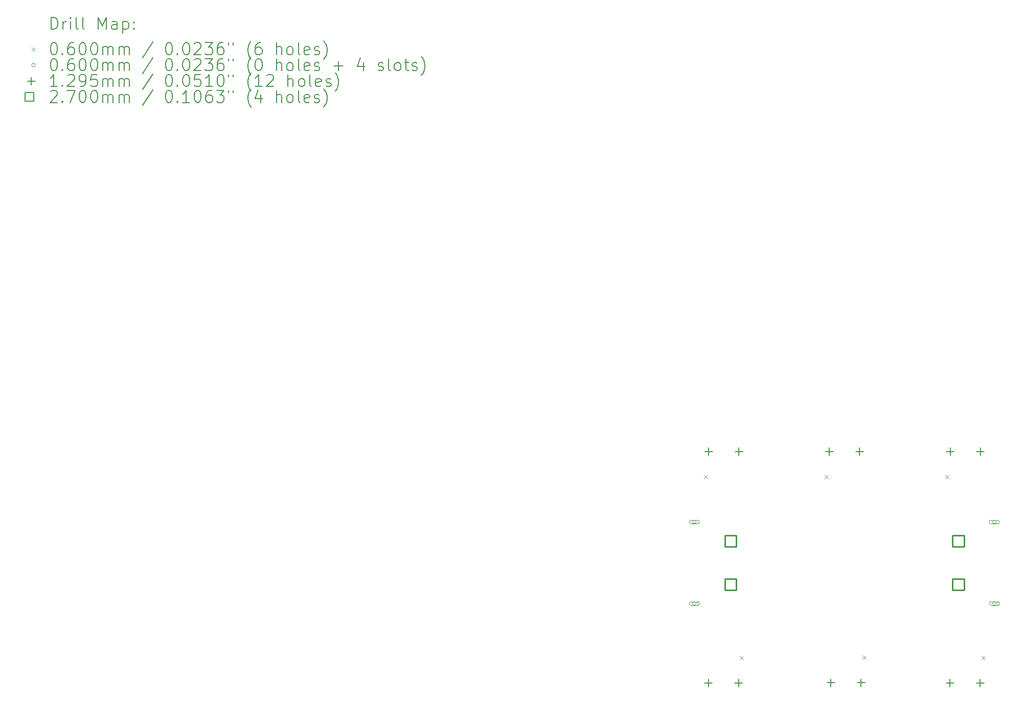
<source format=gbr>
%TF.GenerationSoftware,KiCad,Pcbnew,8.0.6*%
%TF.CreationDate,2025-05-08T15:44:04-04:00*%
%TF.ProjectId,5VConnectorBoard,3556436f-6e6e-4656-9374-6f72426f6172,rev?*%
%TF.SameCoordinates,Original*%
%TF.FileFunction,Drillmap*%
%TF.FilePolarity,Positive*%
%FSLAX45Y45*%
G04 Gerber Fmt 4.5, Leading zero omitted, Abs format (unit mm)*
G04 Created by KiCad (PCBNEW 8.0.6) date 2025-05-08 15:44:04*
%MOMM*%
%LPD*%
G01*
G04 APERTURE LIST*
%ADD10C,0.200000*%
%ADD11C,0.100000*%
%ADD12C,0.129540*%
%ADD13C,0.270000*%
G04 APERTURE END LIST*
D10*
D11*
X11071740Y-7697010D02*
X11131740Y-7757010D01*
X11131740Y-7697010D02*
X11071740Y-7757010D01*
X11668260Y-10692990D02*
X11728260Y-10752990D01*
X11728260Y-10692990D02*
X11668260Y-10752990D01*
X13071740Y-7697010D02*
X13131740Y-7757010D01*
X13131740Y-7697010D02*
X13071740Y-7757010D01*
X13695000Y-10688641D02*
X13755000Y-10748641D01*
X13755000Y-10688641D02*
X13695000Y-10748641D01*
X15071740Y-7697010D02*
X15131740Y-7757010D01*
X15131740Y-7697010D02*
X15071740Y-7757010D01*
X15668260Y-10692990D02*
X15728260Y-10752990D01*
X15728260Y-10692990D02*
X15668260Y-10752990D01*
X10945000Y-8475000D02*
G75*
G02*
X10885000Y-8475000I-30000J0D01*
G01*
X10885000Y-8475000D02*
G75*
G02*
X10945000Y-8475000I30000J0D01*
G01*
X10860000Y-8505000D02*
X10970000Y-8505000D01*
X10970000Y-8445000D02*
G75*
G02*
X10970000Y-8505000I0J-30000D01*
G01*
X10970000Y-8445000D02*
X10860000Y-8445000D01*
X10860000Y-8445000D02*
G75*
G03*
X10860000Y-8505000I0J-30000D01*
G01*
X10945000Y-9825000D02*
G75*
G02*
X10885000Y-9825000I-30000J0D01*
G01*
X10885000Y-9825000D02*
G75*
G02*
X10945000Y-9825000I30000J0D01*
G01*
X10860000Y-9855000D02*
X10970000Y-9855000D01*
X10970000Y-9795000D02*
G75*
G02*
X10970000Y-9855000I0J-30000D01*
G01*
X10970000Y-9795000D02*
X10860000Y-9795000D01*
X10860000Y-9795000D02*
G75*
G03*
X10860000Y-9855000I0J-30000D01*
G01*
X15915000Y-8475000D02*
G75*
G02*
X15855000Y-8475000I-30000J0D01*
G01*
X15855000Y-8475000D02*
G75*
G02*
X15915000Y-8475000I30000J0D01*
G01*
X15940000Y-8445000D02*
X15830000Y-8445000D01*
X15830000Y-8505000D02*
G75*
G02*
X15830000Y-8445000I0J30000D01*
G01*
X15830000Y-8505000D02*
X15940000Y-8505000D01*
X15940000Y-8505000D02*
G75*
G03*
X15940000Y-8445000I0J30000D01*
G01*
X15915000Y-9825000D02*
G75*
G02*
X15855000Y-9825000I-30000J0D01*
G01*
X15855000Y-9825000D02*
G75*
G02*
X15915000Y-9825000I30000J0D01*
G01*
X15940000Y-9795000D02*
X15830000Y-9795000D01*
X15830000Y-9855000D02*
G75*
G02*
X15830000Y-9795000I0J30000D01*
G01*
X15830000Y-9855000D02*
X15940000Y-9855000D01*
X15940000Y-9855000D02*
G75*
G03*
X15940000Y-9795000I0J30000D01*
G01*
D12*
X11148260Y-11078220D02*
X11148260Y-11207760D01*
X11083490Y-11142990D02*
X11213030Y-11142990D01*
X11151740Y-7242240D02*
X11151740Y-7371780D01*
X11086970Y-7307010D02*
X11216510Y-7307010D01*
X11648260Y-11078220D02*
X11648260Y-11207760D01*
X11583490Y-11142990D02*
X11713030Y-11142990D01*
X11651740Y-7242240D02*
X11651740Y-7371780D01*
X11586970Y-7307010D02*
X11716510Y-7307010D01*
X13151740Y-7242240D02*
X13151740Y-7371780D01*
X13086970Y-7307010D02*
X13216510Y-7307010D01*
X13175000Y-11073871D02*
X13175000Y-11203411D01*
X13110230Y-11138641D02*
X13239770Y-11138641D01*
X13651740Y-7242240D02*
X13651740Y-7371780D01*
X13586970Y-7307010D02*
X13716510Y-7307010D01*
X13675000Y-11073871D02*
X13675000Y-11203411D01*
X13610230Y-11138641D02*
X13739770Y-11138641D01*
X15148260Y-11078220D02*
X15148260Y-11207760D01*
X15083490Y-11142990D02*
X15213030Y-11142990D01*
X15151740Y-7242240D02*
X15151740Y-7371780D01*
X15086970Y-7307010D02*
X15216510Y-7307010D01*
X15648260Y-11078220D02*
X15648260Y-11207760D01*
X15583490Y-11142990D02*
X15713030Y-11142990D01*
X15651740Y-7242240D02*
X15651740Y-7371780D01*
X15586970Y-7307010D02*
X15716510Y-7307010D01*
D13*
X11610460Y-8885460D02*
X11610460Y-8694540D01*
X11419540Y-8694540D01*
X11419540Y-8885460D01*
X11610460Y-8885460D01*
X11610460Y-9605460D02*
X11610460Y-9414540D01*
X11419540Y-9414540D01*
X11419540Y-9605460D01*
X11610460Y-9605460D01*
X15380460Y-8885460D02*
X15380460Y-8694540D01*
X15189540Y-8694540D01*
X15189540Y-8885460D01*
X15380460Y-8885460D01*
X15380460Y-9605460D02*
X15380460Y-9414540D01*
X15189540Y-9414540D01*
X15189540Y-9605460D01*
X15380460Y-9605460D01*
D10*
X260777Y-311484D02*
X260777Y-111484D01*
X260777Y-111484D02*
X308396Y-111484D01*
X308396Y-111484D02*
X336967Y-121008D01*
X336967Y-121008D02*
X356015Y-140055D01*
X356015Y-140055D02*
X365539Y-159103D01*
X365539Y-159103D02*
X375062Y-197198D01*
X375062Y-197198D02*
X375062Y-225769D01*
X375062Y-225769D02*
X365539Y-263865D01*
X365539Y-263865D02*
X356015Y-282912D01*
X356015Y-282912D02*
X336967Y-301960D01*
X336967Y-301960D02*
X308396Y-311484D01*
X308396Y-311484D02*
X260777Y-311484D01*
X460777Y-311484D02*
X460777Y-178150D01*
X460777Y-216246D02*
X470301Y-197198D01*
X470301Y-197198D02*
X479824Y-187674D01*
X479824Y-187674D02*
X498872Y-178150D01*
X498872Y-178150D02*
X517920Y-178150D01*
X584586Y-311484D02*
X584586Y-178150D01*
X584586Y-111484D02*
X575063Y-121008D01*
X575063Y-121008D02*
X584586Y-130531D01*
X584586Y-130531D02*
X594110Y-121008D01*
X594110Y-121008D02*
X584586Y-111484D01*
X584586Y-111484D02*
X584586Y-130531D01*
X708396Y-311484D02*
X689348Y-301960D01*
X689348Y-301960D02*
X679824Y-282912D01*
X679824Y-282912D02*
X679824Y-111484D01*
X813158Y-311484D02*
X794110Y-301960D01*
X794110Y-301960D02*
X784586Y-282912D01*
X784586Y-282912D02*
X784586Y-111484D01*
X1041729Y-311484D02*
X1041729Y-111484D01*
X1041729Y-111484D02*
X1108396Y-254341D01*
X1108396Y-254341D02*
X1175063Y-111484D01*
X1175063Y-111484D02*
X1175063Y-311484D01*
X1356015Y-311484D02*
X1356015Y-206722D01*
X1356015Y-206722D02*
X1346491Y-187674D01*
X1346491Y-187674D02*
X1327444Y-178150D01*
X1327444Y-178150D02*
X1289348Y-178150D01*
X1289348Y-178150D02*
X1270301Y-187674D01*
X1356015Y-301960D02*
X1336967Y-311484D01*
X1336967Y-311484D02*
X1289348Y-311484D01*
X1289348Y-311484D02*
X1270301Y-301960D01*
X1270301Y-301960D02*
X1260777Y-282912D01*
X1260777Y-282912D02*
X1260777Y-263865D01*
X1260777Y-263865D02*
X1270301Y-244817D01*
X1270301Y-244817D02*
X1289348Y-235293D01*
X1289348Y-235293D02*
X1336967Y-235293D01*
X1336967Y-235293D02*
X1356015Y-225769D01*
X1451253Y-178150D02*
X1451253Y-378150D01*
X1451253Y-187674D02*
X1470301Y-178150D01*
X1470301Y-178150D02*
X1508396Y-178150D01*
X1508396Y-178150D02*
X1527443Y-187674D01*
X1527443Y-187674D02*
X1536967Y-197198D01*
X1536967Y-197198D02*
X1546491Y-216246D01*
X1546491Y-216246D02*
X1546491Y-273389D01*
X1546491Y-273389D02*
X1536967Y-292436D01*
X1536967Y-292436D02*
X1527443Y-301960D01*
X1527443Y-301960D02*
X1508396Y-311484D01*
X1508396Y-311484D02*
X1470301Y-311484D01*
X1470301Y-311484D02*
X1451253Y-301960D01*
X1632205Y-292436D02*
X1641729Y-301960D01*
X1641729Y-301960D02*
X1632205Y-311484D01*
X1632205Y-311484D02*
X1622682Y-301960D01*
X1622682Y-301960D02*
X1632205Y-292436D01*
X1632205Y-292436D02*
X1632205Y-311484D01*
X1632205Y-187674D02*
X1641729Y-197198D01*
X1641729Y-197198D02*
X1632205Y-206722D01*
X1632205Y-206722D02*
X1622682Y-197198D01*
X1622682Y-197198D02*
X1632205Y-187674D01*
X1632205Y-187674D02*
X1632205Y-206722D01*
D11*
X-60000Y-610000D02*
X0Y-670000D01*
X0Y-610000D02*
X-60000Y-670000D01*
D10*
X298872Y-531484D02*
X317920Y-531484D01*
X317920Y-531484D02*
X336967Y-541008D01*
X336967Y-541008D02*
X346491Y-550531D01*
X346491Y-550531D02*
X356015Y-569579D01*
X356015Y-569579D02*
X365539Y-607674D01*
X365539Y-607674D02*
X365539Y-655293D01*
X365539Y-655293D02*
X356015Y-693389D01*
X356015Y-693389D02*
X346491Y-712436D01*
X346491Y-712436D02*
X336967Y-721960D01*
X336967Y-721960D02*
X317920Y-731484D01*
X317920Y-731484D02*
X298872Y-731484D01*
X298872Y-731484D02*
X279824Y-721960D01*
X279824Y-721960D02*
X270301Y-712436D01*
X270301Y-712436D02*
X260777Y-693389D01*
X260777Y-693389D02*
X251253Y-655293D01*
X251253Y-655293D02*
X251253Y-607674D01*
X251253Y-607674D02*
X260777Y-569579D01*
X260777Y-569579D02*
X270301Y-550531D01*
X270301Y-550531D02*
X279824Y-541008D01*
X279824Y-541008D02*
X298872Y-531484D01*
X451253Y-712436D02*
X460777Y-721960D01*
X460777Y-721960D02*
X451253Y-731484D01*
X451253Y-731484D02*
X441729Y-721960D01*
X441729Y-721960D02*
X451253Y-712436D01*
X451253Y-712436D02*
X451253Y-731484D01*
X632205Y-531484D02*
X594110Y-531484D01*
X594110Y-531484D02*
X575063Y-541008D01*
X575063Y-541008D02*
X565539Y-550531D01*
X565539Y-550531D02*
X546491Y-579103D01*
X546491Y-579103D02*
X536967Y-617198D01*
X536967Y-617198D02*
X536967Y-693389D01*
X536967Y-693389D02*
X546491Y-712436D01*
X546491Y-712436D02*
X556015Y-721960D01*
X556015Y-721960D02*
X575063Y-731484D01*
X575063Y-731484D02*
X613158Y-731484D01*
X613158Y-731484D02*
X632205Y-721960D01*
X632205Y-721960D02*
X641729Y-712436D01*
X641729Y-712436D02*
X651253Y-693389D01*
X651253Y-693389D02*
X651253Y-645770D01*
X651253Y-645770D02*
X641729Y-626722D01*
X641729Y-626722D02*
X632205Y-617198D01*
X632205Y-617198D02*
X613158Y-607674D01*
X613158Y-607674D02*
X575063Y-607674D01*
X575063Y-607674D02*
X556015Y-617198D01*
X556015Y-617198D02*
X546491Y-626722D01*
X546491Y-626722D02*
X536967Y-645770D01*
X775062Y-531484D02*
X794110Y-531484D01*
X794110Y-531484D02*
X813158Y-541008D01*
X813158Y-541008D02*
X822682Y-550531D01*
X822682Y-550531D02*
X832205Y-569579D01*
X832205Y-569579D02*
X841729Y-607674D01*
X841729Y-607674D02*
X841729Y-655293D01*
X841729Y-655293D02*
X832205Y-693389D01*
X832205Y-693389D02*
X822682Y-712436D01*
X822682Y-712436D02*
X813158Y-721960D01*
X813158Y-721960D02*
X794110Y-731484D01*
X794110Y-731484D02*
X775062Y-731484D01*
X775062Y-731484D02*
X756015Y-721960D01*
X756015Y-721960D02*
X746491Y-712436D01*
X746491Y-712436D02*
X736967Y-693389D01*
X736967Y-693389D02*
X727443Y-655293D01*
X727443Y-655293D02*
X727443Y-607674D01*
X727443Y-607674D02*
X736967Y-569579D01*
X736967Y-569579D02*
X746491Y-550531D01*
X746491Y-550531D02*
X756015Y-541008D01*
X756015Y-541008D02*
X775062Y-531484D01*
X965539Y-531484D02*
X984586Y-531484D01*
X984586Y-531484D02*
X1003634Y-541008D01*
X1003634Y-541008D02*
X1013158Y-550531D01*
X1013158Y-550531D02*
X1022682Y-569579D01*
X1022682Y-569579D02*
X1032205Y-607674D01*
X1032205Y-607674D02*
X1032205Y-655293D01*
X1032205Y-655293D02*
X1022682Y-693389D01*
X1022682Y-693389D02*
X1013158Y-712436D01*
X1013158Y-712436D02*
X1003634Y-721960D01*
X1003634Y-721960D02*
X984586Y-731484D01*
X984586Y-731484D02*
X965539Y-731484D01*
X965539Y-731484D02*
X946491Y-721960D01*
X946491Y-721960D02*
X936967Y-712436D01*
X936967Y-712436D02*
X927443Y-693389D01*
X927443Y-693389D02*
X917920Y-655293D01*
X917920Y-655293D02*
X917920Y-607674D01*
X917920Y-607674D02*
X927443Y-569579D01*
X927443Y-569579D02*
X936967Y-550531D01*
X936967Y-550531D02*
X946491Y-541008D01*
X946491Y-541008D02*
X965539Y-531484D01*
X1117920Y-731484D02*
X1117920Y-598150D01*
X1117920Y-617198D02*
X1127444Y-607674D01*
X1127444Y-607674D02*
X1146491Y-598150D01*
X1146491Y-598150D02*
X1175063Y-598150D01*
X1175063Y-598150D02*
X1194110Y-607674D01*
X1194110Y-607674D02*
X1203634Y-626722D01*
X1203634Y-626722D02*
X1203634Y-731484D01*
X1203634Y-626722D02*
X1213158Y-607674D01*
X1213158Y-607674D02*
X1232205Y-598150D01*
X1232205Y-598150D02*
X1260777Y-598150D01*
X1260777Y-598150D02*
X1279825Y-607674D01*
X1279825Y-607674D02*
X1289348Y-626722D01*
X1289348Y-626722D02*
X1289348Y-731484D01*
X1384586Y-731484D02*
X1384586Y-598150D01*
X1384586Y-617198D02*
X1394110Y-607674D01*
X1394110Y-607674D02*
X1413158Y-598150D01*
X1413158Y-598150D02*
X1441729Y-598150D01*
X1441729Y-598150D02*
X1460777Y-607674D01*
X1460777Y-607674D02*
X1470301Y-626722D01*
X1470301Y-626722D02*
X1470301Y-731484D01*
X1470301Y-626722D02*
X1479824Y-607674D01*
X1479824Y-607674D02*
X1498872Y-598150D01*
X1498872Y-598150D02*
X1527443Y-598150D01*
X1527443Y-598150D02*
X1546491Y-607674D01*
X1546491Y-607674D02*
X1556015Y-626722D01*
X1556015Y-626722D02*
X1556015Y-731484D01*
X1946491Y-521960D02*
X1775063Y-779103D01*
X2203634Y-531484D02*
X2222682Y-531484D01*
X2222682Y-531484D02*
X2241729Y-541008D01*
X2241729Y-541008D02*
X2251253Y-550531D01*
X2251253Y-550531D02*
X2260777Y-569579D01*
X2260777Y-569579D02*
X2270301Y-607674D01*
X2270301Y-607674D02*
X2270301Y-655293D01*
X2270301Y-655293D02*
X2260777Y-693389D01*
X2260777Y-693389D02*
X2251253Y-712436D01*
X2251253Y-712436D02*
X2241729Y-721960D01*
X2241729Y-721960D02*
X2222682Y-731484D01*
X2222682Y-731484D02*
X2203634Y-731484D01*
X2203634Y-731484D02*
X2184587Y-721960D01*
X2184587Y-721960D02*
X2175063Y-712436D01*
X2175063Y-712436D02*
X2165539Y-693389D01*
X2165539Y-693389D02*
X2156015Y-655293D01*
X2156015Y-655293D02*
X2156015Y-607674D01*
X2156015Y-607674D02*
X2165539Y-569579D01*
X2165539Y-569579D02*
X2175063Y-550531D01*
X2175063Y-550531D02*
X2184587Y-541008D01*
X2184587Y-541008D02*
X2203634Y-531484D01*
X2356015Y-712436D02*
X2365539Y-721960D01*
X2365539Y-721960D02*
X2356015Y-731484D01*
X2356015Y-731484D02*
X2346491Y-721960D01*
X2346491Y-721960D02*
X2356015Y-712436D01*
X2356015Y-712436D02*
X2356015Y-731484D01*
X2489348Y-531484D02*
X2508396Y-531484D01*
X2508396Y-531484D02*
X2527444Y-541008D01*
X2527444Y-541008D02*
X2536968Y-550531D01*
X2536968Y-550531D02*
X2546491Y-569579D01*
X2546491Y-569579D02*
X2556015Y-607674D01*
X2556015Y-607674D02*
X2556015Y-655293D01*
X2556015Y-655293D02*
X2546491Y-693389D01*
X2546491Y-693389D02*
X2536968Y-712436D01*
X2536968Y-712436D02*
X2527444Y-721960D01*
X2527444Y-721960D02*
X2508396Y-731484D01*
X2508396Y-731484D02*
X2489348Y-731484D01*
X2489348Y-731484D02*
X2470301Y-721960D01*
X2470301Y-721960D02*
X2460777Y-712436D01*
X2460777Y-712436D02*
X2451253Y-693389D01*
X2451253Y-693389D02*
X2441729Y-655293D01*
X2441729Y-655293D02*
X2441729Y-607674D01*
X2441729Y-607674D02*
X2451253Y-569579D01*
X2451253Y-569579D02*
X2460777Y-550531D01*
X2460777Y-550531D02*
X2470301Y-541008D01*
X2470301Y-541008D02*
X2489348Y-531484D01*
X2632206Y-550531D02*
X2641729Y-541008D01*
X2641729Y-541008D02*
X2660777Y-531484D01*
X2660777Y-531484D02*
X2708396Y-531484D01*
X2708396Y-531484D02*
X2727444Y-541008D01*
X2727444Y-541008D02*
X2736968Y-550531D01*
X2736968Y-550531D02*
X2746491Y-569579D01*
X2746491Y-569579D02*
X2746491Y-588627D01*
X2746491Y-588627D02*
X2736968Y-617198D01*
X2736968Y-617198D02*
X2622682Y-731484D01*
X2622682Y-731484D02*
X2746491Y-731484D01*
X2813158Y-531484D02*
X2936967Y-531484D01*
X2936967Y-531484D02*
X2870301Y-607674D01*
X2870301Y-607674D02*
X2898872Y-607674D01*
X2898872Y-607674D02*
X2917920Y-617198D01*
X2917920Y-617198D02*
X2927444Y-626722D01*
X2927444Y-626722D02*
X2936967Y-645770D01*
X2936967Y-645770D02*
X2936967Y-693389D01*
X2936967Y-693389D02*
X2927444Y-712436D01*
X2927444Y-712436D02*
X2917920Y-721960D01*
X2917920Y-721960D02*
X2898872Y-731484D01*
X2898872Y-731484D02*
X2841729Y-731484D01*
X2841729Y-731484D02*
X2822682Y-721960D01*
X2822682Y-721960D02*
X2813158Y-712436D01*
X3108396Y-531484D02*
X3070301Y-531484D01*
X3070301Y-531484D02*
X3051253Y-541008D01*
X3051253Y-541008D02*
X3041729Y-550531D01*
X3041729Y-550531D02*
X3022682Y-579103D01*
X3022682Y-579103D02*
X3013158Y-617198D01*
X3013158Y-617198D02*
X3013158Y-693389D01*
X3013158Y-693389D02*
X3022682Y-712436D01*
X3022682Y-712436D02*
X3032206Y-721960D01*
X3032206Y-721960D02*
X3051253Y-731484D01*
X3051253Y-731484D02*
X3089348Y-731484D01*
X3089348Y-731484D02*
X3108396Y-721960D01*
X3108396Y-721960D02*
X3117920Y-712436D01*
X3117920Y-712436D02*
X3127444Y-693389D01*
X3127444Y-693389D02*
X3127444Y-645770D01*
X3127444Y-645770D02*
X3117920Y-626722D01*
X3117920Y-626722D02*
X3108396Y-617198D01*
X3108396Y-617198D02*
X3089348Y-607674D01*
X3089348Y-607674D02*
X3051253Y-607674D01*
X3051253Y-607674D02*
X3032206Y-617198D01*
X3032206Y-617198D02*
X3022682Y-626722D01*
X3022682Y-626722D02*
X3013158Y-645770D01*
X3203634Y-531484D02*
X3203634Y-569579D01*
X3279825Y-531484D02*
X3279825Y-569579D01*
X3575063Y-807674D02*
X3565539Y-798150D01*
X3565539Y-798150D02*
X3546491Y-769579D01*
X3546491Y-769579D02*
X3536968Y-750531D01*
X3536968Y-750531D02*
X3527444Y-721960D01*
X3527444Y-721960D02*
X3517920Y-674341D01*
X3517920Y-674341D02*
X3517920Y-636246D01*
X3517920Y-636246D02*
X3527444Y-588627D01*
X3527444Y-588627D02*
X3536968Y-560055D01*
X3536968Y-560055D02*
X3546491Y-541008D01*
X3546491Y-541008D02*
X3565539Y-512436D01*
X3565539Y-512436D02*
X3575063Y-502912D01*
X3736968Y-531484D02*
X3698872Y-531484D01*
X3698872Y-531484D02*
X3679825Y-541008D01*
X3679825Y-541008D02*
X3670301Y-550531D01*
X3670301Y-550531D02*
X3651253Y-579103D01*
X3651253Y-579103D02*
X3641729Y-617198D01*
X3641729Y-617198D02*
X3641729Y-693389D01*
X3641729Y-693389D02*
X3651253Y-712436D01*
X3651253Y-712436D02*
X3660777Y-721960D01*
X3660777Y-721960D02*
X3679825Y-731484D01*
X3679825Y-731484D02*
X3717920Y-731484D01*
X3717920Y-731484D02*
X3736968Y-721960D01*
X3736968Y-721960D02*
X3746491Y-712436D01*
X3746491Y-712436D02*
X3756015Y-693389D01*
X3756015Y-693389D02*
X3756015Y-645770D01*
X3756015Y-645770D02*
X3746491Y-626722D01*
X3746491Y-626722D02*
X3736968Y-617198D01*
X3736968Y-617198D02*
X3717920Y-607674D01*
X3717920Y-607674D02*
X3679825Y-607674D01*
X3679825Y-607674D02*
X3660777Y-617198D01*
X3660777Y-617198D02*
X3651253Y-626722D01*
X3651253Y-626722D02*
X3641729Y-645770D01*
X3994110Y-731484D02*
X3994110Y-531484D01*
X4079825Y-731484D02*
X4079825Y-626722D01*
X4079825Y-626722D02*
X4070301Y-607674D01*
X4070301Y-607674D02*
X4051253Y-598150D01*
X4051253Y-598150D02*
X4022682Y-598150D01*
X4022682Y-598150D02*
X4003634Y-607674D01*
X4003634Y-607674D02*
X3994110Y-617198D01*
X4203634Y-731484D02*
X4184587Y-721960D01*
X4184587Y-721960D02*
X4175063Y-712436D01*
X4175063Y-712436D02*
X4165539Y-693389D01*
X4165539Y-693389D02*
X4165539Y-636246D01*
X4165539Y-636246D02*
X4175063Y-617198D01*
X4175063Y-617198D02*
X4184587Y-607674D01*
X4184587Y-607674D02*
X4203634Y-598150D01*
X4203634Y-598150D02*
X4232206Y-598150D01*
X4232206Y-598150D02*
X4251253Y-607674D01*
X4251253Y-607674D02*
X4260777Y-617198D01*
X4260777Y-617198D02*
X4270301Y-636246D01*
X4270301Y-636246D02*
X4270301Y-693389D01*
X4270301Y-693389D02*
X4260777Y-712436D01*
X4260777Y-712436D02*
X4251253Y-721960D01*
X4251253Y-721960D02*
X4232206Y-731484D01*
X4232206Y-731484D02*
X4203634Y-731484D01*
X4384587Y-731484D02*
X4365539Y-721960D01*
X4365539Y-721960D02*
X4356015Y-702912D01*
X4356015Y-702912D02*
X4356015Y-531484D01*
X4536968Y-721960D02*
X4517920Y-731484D01*
X4517920Y-731484D02*
X4479825Y-731484D01*
X4479825Y-731484D02*
X4460777Y-721960D01*
X4460777Y-721960D02*
X4451253Y-702912D01*
X4451253Y-702912D02*
X4451253Y-626722D01*
X4451253Y-626722D02*
X4460777Y-607674D01*
X4460777Y-607674D02*
X4479825Y-598150D01*
X4479825Y-598150D02*
X4517920Y-598150D01*
X4517920Y-598150D02*
X4536968Y-607674D01*
X4536968Y-607674D02*
X4546492Y-626722D01*
X4546492Y-626722D02*
X4546492Y-645770D01*
X4546492Y-645770D02*
X4451253Y-664817D01*
X4622682Y-721960D02*
X4641730Y-731484D01*
X4641730Y-731484D02*
X4679825Y-731484D01*
X4679825Y-731484D02*
X4698873Y-721960D01*
X4698873Y-721960D02*
X4708396Y-702912D01*
X4708396Y-702912D02*
X4708396Y-693389D01*
X4708396Y-693389D02*
X4698873Y-674341D01*
X4698873Y-674341D02*
X4679825Y-664817D01*
X4679825Y-664817D02*
X4651253Y-664817D01*
X4651253Y-664817D02*
X4632206Y-655293D01*
X4632206Y-655293D02*
X4622682Y-636246D01*
X4622682Y-636246D02*
X4622682Y-626722D01*
X4622682Y-626722D02*
X4632206Y-607674D01*
X4632206Y-607674D02*
X4651253Y-598150D01*
X4651253Y-598150D02*
X4679825Y-598150D01*
X4679825Y-598150D02*
X4698873Y-607674D01*
X4775063Y-807674D02*
X4784587Y-798150D01*
X4784587Y-798150D02*
X4803634Y-769579D01*
X4803634Y-769579D02*
X4813158Y-750531D01*
X4813158Y-750531D02*
X4822682Y-721960D01*
X4822682Y-721960D02*
X4832206Y-674341D01*
X4832206Y-674341D02*
X4832206Y-636246D01*
X4832206Y-636246D02*
X4822682Y-588627D01*
X4822682Y-588627D02*
X4813158Y-560055D01*
X4813158Y-560055D02*
X4803634Y-541008D01*
X4803634Y-541008D02*
X4784587Y-512436D01*
X4784587Y-512436D02*
X4775063Y-502912D01*
D11*
X0Y-904000D02*
G75*
G02*
X-60000Y-904000I-30000J0D01*
G01*
X-60000Y-904000D02*
G75*
G02*
X0Y-904000I30000J0D01*
G01*
D10*
X298872Y-795484D02*
X317920Y-795484D01*
X317920Y-795484D02*
X336967Y-805008D01*
X336967Y-805008D02*
X346491Y-814531D01*
X346491Y-814531D02*
X356015Y-833579D01*
X356015Y-833579D02*
X365539Y-871674D01*
X365539Y-871674D02*
X365539Y-919293D01*
X365539Y-919293D02*
X356015Y-957388D01*
X356015Y-957388D02*
X346491Y-976436D01*
X346491Y-976436D02*
X336967Y-985960D01*
X336967Y-985960D02*
X317920Y-995484D01*
X317920Y-995484D02*
X298872Y-995484D01*
X298872Y-995484D02*
X279824Y-985960D01*
X279824Y-985960D02*
X270301Y-976436D01*
X270301Y-976436D02*
X260777Y-957388D01*
X260777Y-957388D02*
X251253Y-919293D01*
X251253Y-919293D02*
X251253Y-871674D01*
X251253Y-871674D02*
X260777Y-833579D01*
X260777Y-833579D02*
X270301Y-814531D01*
X270301Y-814531D02*
X279824Y-805008D01*
X279824Y-805008D02*
X298872Y-795484D01*
X451253Y-976436D02*
X460777Y-985960D01*
X460777Y-985960D02*
X451253Y-995484D01*
X451253Y-995484D02*
X441729Y-985960D01*
X441729Y-985960D02*
X451253Y-976436D01*
X451253Y-976436D02*
X451253Y-995484D01*
X632205Y-795484D02*
X594110Y-795484D01*
X594110Y-795484D02*
X575063Y-805008D01*
X575063Y-805008D02*
X565539Y-814531D01*
X565539Y-814531D02*
X546491Y-843103D01*
X546491Y-843103D02*
X536967Y-881198D01*
X536967Y-881198D02*
X536967Y-957388D01*
X536967Y-957388D02*
X546491Y-976436D01*
X546491Y-976436D02*
X556015Y-985960D01*
X556015Y-985960D02*
X575063Y-995484D01*
X575063Y-995484D02*
X613158Y-995484D01*
X613158Y-995484D02*
X632205Y-985960D01*
X632205Y-985960D02*
X641729Y-976436D01*
X641729Y-976436D02*
X651253Y-957388D01*
X651253Y-957388D02*
X651253Y-909769D01*
X651253Y-909769D02*
X641729Y-890722D01*
X641729Y-890722D02*
X632205Y-881198D01*
X632205Y-881198D02*
X613158Y-871674D01*
X613158Y-871674D02*
X575063Y-871674D01*
X575063Y-871674D02*
X556015Y-881198D01*
X556015Y-881198D02*
X546491Y-890722D01*
X546491Y-890722D02*
X536967Y-909769D01*
X775062Y-795484D02*
X794110Y-795484D01*
X794110Y-795484D02*
X813158Y-805008D01*
X813158Y-805008D02*
X822682Y-814531D01*
X822682Y-814531D02*
X832205Y-833579D01*
X832205Y-833579D02*
X841729Y-871674D01*
X841729Y-871674D02*
X841729Y-919293D01*
X841729Y-919293D02*
X832205Y-957388D01*
X832205Y-957388D02*
X822682Y-976436D01*
X822682Y-976436D02*
X813158Y-985960D01*
X813158Y-985960D02*
X794110Y-995484D01*
X794110Y-995484D02*
X775062Y-995484D01*
X775062Y-995484D02*
X756015Y-985960D01*
X756015Y-985960D02*
X746491Y-976436D01*
X746491Y-976436D02*
X736967Y-957388D01*
X736967Y-957388D02*
X727443Y-919293D01*
X727443Y-919293D02*
X727443Y-871674D01*
X727443Y-871674D02*
X736967Y-833579D01*
X736967Y-833579D02*
X746491Y-814531D01*
X746491Y-814531D02*
X756015Y-805008D01*
X756015Y-805008D02*
X775062Y-795484D01*
X965539Y-795484D02*
X984586Y-795484D01*
X984586Y-795484D02*
X1003634Y-805008D01*
X1003634Y-805008D02*
X1013158Y-814531D01*
X1013158Y-814531D02*
X1022682Y-833579D01*
X1022682Y-833579D02*
X1032205Y-871674D01*
X1032205Y-871674D02*
X1032205Y-919293D01*
X1032205Y-919293D02*
X1022682Y-957388D01*
X1022682Y-957388D02*
X1013158Y-976436D01*
X1013158Y-976436D02*
X1003634Y-985960D01*
X1003634Y-985960D02*
X984586Y-995484D01*
X984586Y-995484D02*
X965539Y-995484D01*
X965539Y-995484D02*
X946491Y-985960D01*
X946491Y-985960D02*
X936967Y-976436D01*
X936967Y-976436D02*
X927443Y-957388D01*
X927443Y-957388D02*
X917920Y-919293D01*
X917920Y-919293D02*
X917920Y-871674D01*
X917920Y-871674D02*
X927443Y-833579D01*
X927443Y-833579D02*
X936967Y-814531D01*
X936967Y-814531D02*
X946491Y-805008D01*
X946491Y-805008D02*
X965539Y-795484D01*
X1117920Y-995484D02*
X1117920Y-862150D01*
X1117920Y-881198D02*
X1127444Y-871674D01*
X1127444Y-871674D02*
X1146491Y-862150D01*
X1146491Y-862150D02*
X1175063Y-862150D01*
X1175063Y-862150D02*
X1194110Y-871674D01*
X1194110Y-871674D02*
X1203634Y-890722D01*
X1203634Y-890722D02*
X1203634Y-995484D01*
X1203634Y-890722D02*
X1213158Y-871674D01*
X1213158Y-871674D02*
X1232205Y-862150D01*
X1232205Y-862150D02*
X1260777Y-862150D01*
X1260777Y-862150D02*
X1279825Y-871674D01*
X1279825Y-871674D02*
X1289348Y-890722D01*
X1289348Y-890722D02*
X1289348Y-995484D01*
X1384586Y-995484D02*
X1384586Y-862150D01*
X1384586Y-881198D02*
X1394110Y-871674D01*
X1394110Y-871674D02*
X1413158Y-862150D01*
X1413158Y-862150D02*
X1441729Y-862150D01*
X1441729Y-862150D02*
X1460777Y-871674D01*
X1460777Y-871674D02*
X1470301Y-890722D01*
X1470301Y-890722D02*
X1470301Y-995484D01*
X1470301Y-890722D02*
X1479824Y-871674D01*
X1479824Y-871674D02*
X1498872Y-862150D01*
X1498872Y-862150D02*
X1527443Y-862150D01*
X1527443Y-862150D02*
X1546491Y-871674D01*
X1546491Y-871674D02*
X1556015Y-890722D01*
X1556015Y-890722D02*
X1556015Y-995484D01*
X1946491Y-785960D02*
X1775063Y-1043103D01*
X2203634Y-795484D02*
X2222682Y-795484D01*
X2222682Y-795484D02*
X2241729Y-805008D01*
X2241729Y-805008D02*
X2251253Y-814531D01*
X2251253Y-814531D02*
X2260777Y-833579D01*
X2260777Y-833579D02*
X2270301Y-871674D01*
X2270301Y-871674D02*
X2270301Y-919293D01*
X2270301Y-919293D02*
X2260777Y-957388D01*
X2260777Y-957388D02*
X2251253Y-976436D01*
X2251253Y-976436D02*
X2241729Y-985960D01*
X2241729Y-985960D02*
X2222682Y-995484D01*
X2222682Y-995484D02*
X2203634Y-995484D01*
X2203634Y-995484D02*
X2184587Y-985960D01*
X2184587Y-985960D02*
X2175063Y-976436D01*
X2175063Y-976436D02*
X2165539Y-957388D01*
X2165539Y-957388D02*
X2156015Y-919293D01*
X2156015Y-919293D02*
X2156015Y-871674D01*
X2156015Y-871674D02*
X2165539Y-833579D01*
X2165539Y-833579D02*
X2175063Y-814531D01*
X2175063Y-814531D02*
X2184587Y-805008D01*
X2184587Y-805008D02*
X2203634Y-795484D01*
X2356015Y-976436D02*
X2365539Y-985960D01*
X2365539Y-985960D02*
X2356015Y-995484D01*
X2356015Y-995484D02*
X2346491Y-985960D01*
X2346491Y-985960D02*
X2356015Y-976436D01*
X2356015Y-976436D02*
X2356015Y-995484D01*
X2489348Y-795484D02*
X2508396Y-795484D01*
X2508396Y-795484D02*
X2527444Y-805008D01*
X2527444Y-805008D02*
X2536968Y-814531D01*
X2536968Y-814531D02*
X2546491Y-833579D01*
X2546491Y-833579D02*
X2556015Y-871674D01*
X2556015Y-871674D02*
X2556015Y-919293D01*
X2556015Y-919293D02*
X2546491Y-957388D01*
X2546491Y-957388D02*
X2536968Y-976436D01*
X2536968Y-976436D02*
X2527444Y-985960D01*
X2527444Y-985960D02*
X2508396Y-995484D01*
X2508396Y-995484D02*
X2489348Y-995484D01*
X2489348Y-995484D02*
X2470301Y-985960D01*
X2470301Y-985960D02*
X2460777Y-976436D01*
X2460777Y-976436D02*
X2451253Y-957388D01*
X2451253Y-957388D02*
X2441729Y-919293D01*
X2441729Y-919293D02*
X2441729Y-871674D01*
X2441729Y-871674D02*
X2451253Y-833579D01*
X2451253Y-833579D02*
X2460777Y-814531D01*
X2460777Y-814531D02*
X2470301Y-805008D01*
X2470301Y-805008D02*
X2489348Y-795484D01*
X2632206Y-814531D02*
X2641729Y-805008D01*
X2641729Y-805008D02*
X2660777Y-795484D01*
X2660777Y-795484D02*
X2708396Y-795484D01*
X2708396Y-795484D02*
X2727444Y-805008D01*
X2727444Y-805008D02*
X2736968Y-814531D01*
X2736968Y-814531D02*
X2746491Y-833579D01*
X2746491Y-833579D02*
X2746491Y-852627D01*
X2746491Y-852627D02*
X2736968Y-881198D01*
X2736968Y-881198D02*
X2622682Y-995484D01*
X2622682Y-995484D02*
X2746491Y-995484D01*
X2813158Y-795484D02*
X2936967Y-795484D01*
X2936967Y-795484D02*
X2870301Y-871674D01*
X2870301Y-871674D02*
X2898872Y-871674D01*
X2898872Y-871674D02*
X2917920Y-881198D01*
X2917920Y-881198D02*
X2927444Y-890722D01*
X2927444Y-890722D02*
X2936967Y-909769D01*
X2936967Y-909769D02*
X2936967Y-957388D01*
X2936967Y-957388D02*
X2927444Y-976436D01*
X2927444Y-976436D02*
X2917920Y-985960D01*
X2917920Y-985960D02*
X2898872Y-995484D01*
X2898872Y-995484D02*
X2841729Y-995484D01*
X2841729Y-995484D02*
X2822682Y-985960D01*
X2822682Y-985960D02*
X2813158Y-976436D01*
X3108396Y-795484D02*
X3070301Y-795484D01*
X3070301Y-795484D02*
X3051253Y-805008D01*
X3051253Y-805008D02*
X3041729Y-814531D01*
X3041729Y-814531D02*
X3022682Y-843103D01*
X3022682Y-843103D02*
X3013158Y-881198D01*
X3013158Y-881198D02*
X3013158Y-957388D01*
X3013158Y-957388D02*
X3022682Y-976436D01*
X3022682Y-976436D02*
X3032206Y-985960D01*
X3032206Y-985960D02*
X3051253Y-995484D01*
X3051253Y-995484D02*
X3089348Y-995484D01*
X3089348Y-995484D02*
X3108396Y-985960D01*
X3108396Y-985960D02*
X3117920Y-976436D01*
X3117920Y-976436D02*
X3127444Y-957388D01*
X3127444Y-957388D02*
X3127444Y-909769D01*
X3127444Y-909769D02*
X3117920Y-890722D01*
X3117920Y-890722D02*
X3108396Y-881198D01*
X3108396Y-881198D02*
X3089348Y-871674D01*
X3089348Y-871674D02*
X3051253Y-871674D01*
X3051253Y-871674D02*
X3032206Y-881198D01*
X3032206Y-881198D02*
X3022682Y-890722D01*
X3022682Y-890722D02*
X3013158Y-909769D01*
X3203634Y-795484D02*
X3203634Y-833579D01*
X3279825Y-795484D02*
X3279825Y-833579D01*
X3575063Y-1071674D02*
X3565539Y-1062150D01*
X3565539Y-1062150D02*
X3546491Y-1033579D01*
X3546491Y-1033579D02*
X3536968Y-1014531D01*
X3536968Y-1014531D02*
X3527444Y-985960D01*
X3527444Y-985960D02*
X3517920Y-938341D01*
X3517920Y-938341D02*
X3517920Y-900246D01*
X3517920Y-900246D02*
X3527444Y-852627D01*
X3527444Y-852627D02*
X3536968Y-824055D01*
X3536968Y-824055D02*
X3546491Y-805008D01*
X3546491Y-805008D02*
X3565539Y-776436D01*
X3565539Y-776436D02*
X3575063Y-766912D01*
X3689348Y-795484D02*
X3708396Y-795484D01*
X3708396Y-795484D02*
X3727444Y-805008D01*
X3727444Y-805008D02*
X3736968Y-814531D01*
X3736968Y-814531D02*
X3746491Y-833579D01*
X3746491Y-833579D02*
X3756015Y-871674D01*
X3756015Y-871674D02*
X3756015Y-919293D01*
X3756015Y-919293D02*
X3746491Y-957388D01*
X3746491Y-957388D02*
X3736968Y-976436D01*
X3736968Y-976436D02*
X3727444Y-985960D01*
X3727444Y-985960D02*
X3708396Y-995484D01*
X3708396Y-995484D02*
X3689348Y-995484D01*
X3689348Y-995484D02*
X3670301Y-985960D01*
X3670301Y-985960D02*
X3660777Y-976436D01*
X3660777Y-976436D02*
X3651253Y-957388D01*
X3651253Y-957388D02*
X3641729Y-919293D01*
X3641729Y-919293D02*
X3641729Y-871674D01*
X3641729Y-871674D02*
X3651253Y-833579D01*
X3651253Y-833579D02*
X3660777Y-814531D01*
X3660777Y-814531D02*
X3670301Y-805008D01*
X3670301Y-805008D02*
X3689348Y-795484D01*
X3994110Y-995484D02*
X3994110Y-795484D01*
X4079825Y-995484D02*
X4079825Y-890722D01*
X4079825Y-890722D02*
X4070301Y-871674D01*
X4070301Y-871674D02*
X4051253Y-862150D01*
X4051253Y-862150D02*
X4022682Y-862150D01*
X4022682Y-862150D02*
X4003634Y-871674D01*
X4003634Y-871674D02*
X3994110Y-881198D01*
X4203634Y-995484D02*
X4184587Y-985960D01*
X4184587Y-985960D02*
X4175063Y-976436D01*
X4175063Y-976436D02*
X4165539Y-957388D01*
X4165539Y-957388D02*
X4165539Y-900246D01*
X4165539Y-900246D02*
X4175063Y-881198D01*
X4175063Y-881198D02*
X4184587Y-871674D01*
X4184587Y-871674D02*
X4203634Y-862150D01*
X4203634Y-862150D02*
X4232206Y-862150D01*
X4232206Y-862150D02*
X4251253Y-871674D01*
X4251253Y-871674D02*
X4260777Y-881198D01*
X4260777Y-881198D02*
X4270301Y-900246D01*
X4270301Y-900246D02*
X4270301Y-957388D01*
X4270301Y-957388D02*
X4260777Y-976436D01*
X4260777Y-976436D02*
X4251253Y-985960D01*
X4251253Y-985960D02*
X4232206Y-995484D01*
X4232206Y-995484D02*
X4203634Y-995484D01*
X4384587Y-995484D02*
X4365539Y-985960D01*
X4365539Y-985960D02*
X4356015Y-966912D01*
X4356015Y-966912D02*
X4356015Y-795484D01*
X4536968Y-985960D02*
X4517920Y-995484D01*
X4517920Y-995484D02*
X4479825Y-995484D01*
X4479825Y-995484D02*
X4460777Y-985960D01*
X4460777Y-985960D02*
X4451253Y-966912D01*
X4451253Y-966912D02*
X4451253Y-890722D01*
X4451253Y-890722D02*
X4460777Y-871674D01*
X4460777Y-871674D02*
X4479825Y-862150D01*
X4479825Y-862150D02*
X4517920Y-862150D01*
X4517920Y-862150D02*
X4536968Y-871674D01*
X4536968Y-871674D02*
X4546492Y-890722D01*
X4546492Y-890722D02*
X4546492Y-909769D01*
X4546492Y-909769D02*
X4451253Y-928817D01*
X4622682Y-985960D02*
X4641730Y-995484D01*
X4641730Y-995484D02*
X4679825Y-995484D01*
X4679825Y-995484D02*
X4698873Y-985960D01*
X4698873Y-985960D02*
X4708396Y-966912D01*
X4708396Y-966912D02*
X4708396Y-957388D01*
X4708396Y-957388D02*
X4698873Y-938341D01*
X4698873Y-938341D02*
X4679825Y-928817D01*
X4679825Y-928817D02*
X4651253Y-928817D01*
X4651253Y-928817D02*
X4632206Y-919293D01*
X4632206Y-919293D02*
X4622682Y-900246D01*
X4622682Y-900246D02*
X4622682Y-890722D01*
X4622682Y-890722D02*
X4632206Y-871674D01*
X4632206Y-871674D02*
X4651253Y-862150D01*
X4651253Y-862150D02*
X4679825Y-862150D01*
X4679825Y-862150D02*
X4698873Y-871674D01*
X4946492Y-919293D02*
X5098873Y-919293D01*
X5022682Y-995484D02*
X5022682Y-843103D01*
X5432206Y-862150D02*
X5432206Y-995484D01*
X5384587Y-785960D02*
X5336968Y-928817D01*
X5336968Y-928817D02*
X5460777Y-928817D01*
X5679825Y-985960D02*
X5698873Y-995484D01*
X5698873Y-995484D02*
X5736968Y-995484D01*
X5736968Y-995484D02*
X5756015Y-985960D01*
X5756015Y-985960D02*
X5765539Y-966912D01*
X5765539Y-966912D02*
X5765539Y-957388D01*
X5765539Y-957388D02*
X5756015Y-938341D01*
X5756015Y-938341D02*
X5736968Y-928817D01*
X5736968Y-928817D02*
X5708396Y-928817D01*
X5708396Y-928817D02*
X5689349Y-919293D01*
X5689349Y-919293D02*
X5679825Y-900246D01*
X5679825Y-900246D02*
X5679825Y-890722D01*
X5679825Y-890722D02*
X5689349Y-871674D01*
X5689349Y-871674D02*
X5708396Y-862150D01*
X5708396Y-862150D02*
X5736968Y-862150D01*
X5736968Y-862150D02*
X5756015Y-871674D01*
X5879825Y-995484D02*
X5860777Y-985960D01*
X5860777Y-985960D02*
X5851254Y-966912D01*
X5851254Y-966912D02*
X5851254Y-795484D01*
X5984587Y-995484D02*
X5965539Y-985960D01*
X5965539Y-985960D02*
X5956015Y-976436D01*
X5956015Y-976436D02*
X5946492Y-957388D01*
X5946492Y-957388D02*
X5946492Y-900246D01*
X5946492Y-900246D02*
X5956015Y-881198D01*
X5956015Y-881198D02*
X5965539Y-871674D01*
X5965539Y-871674D02*
X5984587Y-862150D01*
X5984587Y-862150D02*
X6013158Y-862150D01*
X6013158Y-862150D02*
X6032206Y-871674D01*
X6032206Y-871674D02*
X6041730Y-881198D01*
X6041730Y-881198D02*
X6051254Y-900246D01*
X6051254Y-900246D02*
X6051254Y-957388D01*
X6051254Y-957388D02*
X6041730Y-976436D01*
X6041730Y-976436D02*
X6032206Y-985960D01*
X6032206Y-985960D02*
X6013158Y-995484D01*
X6013158Y-995484D02*
X5984587Y-995484D01*
X6108396Y-862150D02*
X6184587Y-862150D01*
X6136968Y-795484D02*
X6136968Y-966912D01*
X6136968Y-966912D02*
X6146492Y-985960D01*
X6146492Y-985960D02*
X6165539Y-995484D01*
X6165539Y-995484D02*
X6184587Y-995484D01*
X6241730Y-985960D02*
X6260777Y-995484D01*
X6260777Y-995484D02*
X6298873Y-995484D01*
X6298873Y-995484D02*
X6317920Y-985960D01*
X6317920Y-985960D02*
X6327444Y-966912D01*
X6327444Y-966912D02*
X6327444Y-957388D01*
X6327444Y-957388D02*
X6317920Y-938341D01*
X6317920Y-938341D02*
X6298873Y-928817D01*
X6298873Y-928817D02*
X6270301Y-928817D01*
X6270301Y-928817D02*
X6251254Y-919293D01*
X6251254Y-919293D02*
X6241730Y-900246D01*
X6241730Y-900246D02*
X6241730Y-890722D01*
X6241730Y-890722D02*
X6251254Y-871674D01*
X6251254Y-871674D02*
X6270301Y-862150D01*
X6270301Y-862150D02*
X6298873Y-862150D01*
X6298873Y-862150D02*
X6317920Y-871674D01*
X6394111Y-1071674D02*
X6403635Y-1062150D01*
X6403635Y-1062150D02*
X6422682Y-1033579D01*
X6422682Y-1033579D02*
X6432206Y-1014531D01*
X6432206Y-1014531D02*
X6441730Y-985960D01*
X6441730Y-985960D02*
X6451254Y-938341D01*
X6451254Y-938341D02*
X6451254Y-900246D01*
X6451254Y-900246D02*
X6441730Y-852627D01*
X6441730Y-852627D02*
X6432206Y-824055D01*
X6432206Y-824055D02*
X6422682Y-805008D01*
X6422682Y-805008D02*
X6403635Y-776436D01*
X6403635Y-776436D02*
X6394111Y-766912D01*
D12*
X-64770Y-1103230D02*
X-64770Y-1232770D01*
X-129540Y-1168000D02*
X0Y-1168000D01*
D10*
X365539Y-1259484D02*
X251253Y-1259484D01*
X308396Y-1259484D02*
X308396Y-1059484D01*
X308396Y-1059484D02*
X289348Y-1088055D01*
X289348Y-1088055D02*
X270301Y-1107103D01*
X270301Y-1107103D02*
X251253Y-1116627D01*
X451253Y-1240436D02*
X460777Y-1249960D01*
X460777Y-1249960D02*
X451253Y-1259484D01*
X451253Y-1259484D02*
X441729Y-1249960D01*
X441729Y-1249960D02*
X451253Y-1240436D01*
X451253Y-1240436D02*
X451253Y-1259484D01*
X536967Y-1078531D02*
X546491Y-1069008D01*
X546491Y-1069008D02*
X565539Y-1059484D01*
X565539Y-1059484D02*
X613158Y-1059484D01*
X613158Y-1059484D02*
X632205Y-1069008D01*
X632205Y-1069008D02*
X641729Y-1078531D01*
X641729Y-1078531D02*
X651253Y-1097579D01*
X651253Y-1097579D02*
X651253Y-1116627D01*
X651253Y-1116627D02*
X641729Y-1145198D01*
X641729Y-1145198D02*
X527444Y-1259484D01*
X527444Y-1259484D02*
X651253Y-1259484D01*
X746491Y-1259484D02*
X784586Y-1259484D01*
X784586Y-1259484D02*
X803634Y-1249960D01*
X803634Y-1249960D02*
X813158Y-1240436D01*
X813158Y-1240436D02*
X832205Y-1211865D01*
X832205Y-1211865D02*
X841729Y-1173770D01*
X841729Y-1173770D02*
X841729Y-1097579D01*
X841729Y-1097579D02*
X832205Y-1078531D01*
X832205Y-1078531D02*
X822682Y-1069008D01*
X822682Y-1069008D02*
X803634Y-1059484D01*
X803634Y-1059484D02*
X765539Y-1059484D01*
X765539Y-1059484D02*
X746491Y-1069008D01*
X746491Y-1069008D02*
X736967Y-1078531D01*
X736967Y-1078531D02*
X727443Y-1097579D01*
X727443Y-1097579D02*
X727443Y-1145198D01*
X727443Y-1145198D02*
X736967Y-1164246D01*
X736967Y-1164246D02*
X746491Y-1173770D01*
X746491Y-1173770D02*
X765539Y-1183293D01*
X765539Y-1183293D02*
X803634Y-1183293D01*
X803634Y-1183293D02*
X822682Y-1173770D01*
X822682Y-1173770D02*
X832205Y-1164246D01*
X832205Y-1164246D02*
X841729Y-1145198D01*
X1022682Y-1059484D02*
X927443Y-1059484D01*
X927443Y-1059484D02*
X917920Y-1154722D01*
X917920Y-1154722D02*
X927443Y-1145198D01*
X927443Y-1145198D02*
X946491Y-1135674D01*
X946491Y-1135674D02*
X994110Y-1135674D01*
X994110Y-1135674D02*
X1013158Y-1145198D01*
X1013158Y-1145198D02*
X1022682Y-1154722D01*
X1022682Y-1154722D02*
X1032205Y-1173770D01*
X1032205Y-1173770D02*
X1032205Y-1221389D01*
X1032205Y-1221389D02*
X1022682Y-1240436D01*
X1022682Y-1240436D02*
X1013158Y-1249960D01*
X1013158Y-1249960D02*
X994110Y-1259484D01*
X994110Y-1259484D02*
X946491Y-1259484D01*
X946491Y-1259484D02*
X927443Y-1249960D01*
X927443Y-1249960D02*
X917920Y-1240436D01*
X1117920Y-1259484D02*
X1117920Y-1126150D01*
X1117920Y-1145198D02*
X1127444Y-1135674D01*
X1127444Y-1135674D02*
X1146491Y-1126150D01*
X1146491Y-1126150D02*
X1175063Y-1126150D01*
X1175063Y-1126150D02*
X1194110Y-1135674D01*
X1194110Y-1135674D02*
X1203634Y-1154722D01*
X1203634Y-1154722D02*
X1203634Y-1259484D01*
X1203634Y-1154722D02*
X1213158Y-1135674D01*
X1213158Y-1135674D02*
X1232205Y-1126150D01*
X1232205Y-1126150D02*
X1260777Y-1126150D01*
X1260777Y-1126150D02*
X1279825Y-1135674D01*
X1279825Y-1135674D02*
X1289348Y-1154722D01*
X1289348Y-1154722D02*
X1289348Y-1259484D01*
X1384586Y-1259484D02*
X1384586Y-1126150D01*
X1384586Y-1145198D02*
X1394110Y-1135674D01*
X1394110Y-1135674D02*
X1413158Y-1126150D01*
X1413158Y-1126150D02*
X1441729Y-1126150D01*
X1441729Y-1126150D02*
X1460777Y-1135674D01*
X1460777Y-1135674D02*
X1470301Y-1154722D01*
X1470301Y-1154722D02*
X1470301Y-1259484D01*
X1470301Y-1154722D02*
X1479824Y-1135674D01*
X1479824Y-1135674D02*
X1498872Y-1126150D01*
X1498872Y-1126150D02*
X1527443Y-1126150D01*
X1527443Y-1126150D02*
X1546491Y-1135674D01*
X1546491Y-1135674D02*
X1556015Y-1154722D01*
X1556015Y-1154722D02*
X1556015Y-1259484D01*
X1946491Y-1049960D02*
X1775063Y-1307103D01*
X2203634Y-1059484D02*
X2222682Y-1059484D01*
X2222682Y-1059484D02*
X2241729Y-1069008D01*
X2241729Y-1069008D02*
X2251253Y-1078531D01*
X2251253Y-1078531D02*
X2260777Y-1097579D01*
X2260777Y-1097579D02*
X2270301Y-1135674D01*
X2270301Y-1135674D02*
X2270301Y-1183293D01*
X2270301Y-1183293D02*
X2260777Y-1221389D01*
X2260777Y-1221389D02*
X2251253Y-1240436D01*
X2251253Y-1240436D02*
X2241729Y-1249960D01*
X2241729Y-1249960D02*
X2222682Y-1259484D01*
X2222682Y-1259484D02*
X2203634Y-1259484D01*
X2203634Y-1259484D02*
X2184587Y-1249960D01*
X2184587Y-1249960D02*
X2175063Y-1240436D01*
X2175063Y-1240436D02*
X2165539Y-1221389D01*
X2165539Y-1221389D02*
X2156015Y-1183293D01*
X2156015Y-1183293D02*
X2156015Y-1135674D01*
X2156015Y-1135674D02*
X2165539Y-1097579D01*
X2165539Y-1097579D02*
X2175063Y-1078531D01*
X2175063Y-1078531D02*
X2184587Y-1069008D01*
X2184587Y-1069008D02*
X2203634Y-1059484D01*
X2356015Y-1240436D02*
X2365539Y-1249960D01*
X2365539Y-1249960D02*
X2356015Y-1259484D01*
X2356015Y-1259484D02*
X2346491Y-1249960D01*
X2346491Y-1249960D02*
X2356015Y-1240436D01*
X2356015Y-1240436D02*
X2356015Y-1259484D01*
X2489348Y-1059484D02*
X2508396Y-1059484D01*
X2508396Y-1059484D02*
X2527444Y-1069008D01*
X2527444Y-1069008D02*
X2536968Y-1078531D01*
X2536968Y-1078531D02*
X2546491Y-1097579D01*
X2546491Y-1097579D02*
X2556015Y-1135674D01*
X2556015Y-1135674D02*
X2556015Y-1183293D01*
X2556015Y-1183293D02*
X2546491Y-1221389D01*
X2546491Y-1221389D02*
X2536968Y-1240436D01*
X2536968Y-1240436D02*
X2527444Y-1249960D01*
X2527444Y-1249960D02*
X2508396Y-1259484D01*
X2508396Y-1259484D02*
X2489348Y-1259484D01*
X2489348Y-1259484D02*
X2470301Y-1249960D01*
X2470301Y-1249960D02*
X2460777Y-1240436D01*
X2460777Y-1240436D02*
X2451253Y-1221389D01*
X2451253Y-1221389D02*
X2441729Y-1183293D01*
X2441729Y-1183293D02*
X2441729Y-1135674D01*
X2441729Y-1135674D02*
X2451253Y-1097579D01*
X2451253Y-1097579D02*
X2460777Y-1078531D01*
X2460777Y-1078531D02*
X2470301Y-1069008D01*
X2470301Y-1069008D02*
X2489348Y-1059484D01*
X2736968Y-1059484D02*
X2641729Y-1059484D01*
X2641729Y-1059484D02*
X2632206Y-1154722D01*
X2632206Y-1154722D02*
X2641729Y-1145198D01*
X2641729Y-1145198D02*
X2660777Y-1135674D01*
X2660777Y-1135674D02*
X2708396Y-1135674D01*
X2708396Y-1135674D02*
X2727444Y-1145198D01*
X2727444Y-1145198D02*
X2736968Y-1154722D01*
X2736968Y-1154722D02*
X2746491Y-1173770D01*
X2746491Y-1173770D02*
X2746491Y-1221389D01*
X2746491Y-1221389D02*
X2736968Y-1240436D01*
X2736968Y-1240436D02*
X2727444Y-1249960D01*
X2727444Y-1249960D02*
X2708396Y-1259484D01*
X2708396Y-1259484D02*
X2660777Y-1259484D01*
X2660777Y-1259484D02*
X2641729Y-1249960D01*
X2641729Y-1249960D02*
X2632206Y-1240436D01*
X2936967Y-1259484D02*
X2822682Y-1259484D01*
X2879825Y-1259484D02*
X2879825Y-1059484D01*
X2879825Y-1059484D02*
X2860777Y-1088055D01*
X2860777Y-1088055D02*
X2841729Y-1107103D01*
X2841729Y-1107103D02*
X2822682Y-1116627D01*
X3060777Y-1059484D02*
X3079825Y-1059484D01*
X3079825Y-1059484D02*
X3098872Y-1069008D01*
X3098872Y-1069008D02*
X3108396Y-1078531D01*
X3108396Y-1078531D02*
X3117920Y-1097579D01*
X3117920Y-1097579D02*
X3127444Y-1135674D01*
X3127444Y-1135674D02*
X3127444Y-1183293D01*
X3127444Y-1183293D02*
X3117920Y-1221389D01*
X3117920Y-1221389D02*
X3108396Y-1240436D01*
X3108396Y-1240436D02*
X3098872Y-1249960D01*
X3098872Y-1249960D02*
X3079825Y-1259484D01*
X3079825Y-1259484D02*
X3060777Y-1259484D01*
X3060777Y-1259484D02*
X3041729Y-1249960D01*
X3041729Y-1249960D02*
X3032206Y-1240436D01*
X3032206Y-1240436D02*
X3022682Y-1221389D01*
X3022682Y-1221389D02*
X3013158Y-1183293D01*
X3013158Y-1183293D02*
X3013158Y-1135674D01*
X3013158Y-1135674D02*
X3022682Y-1097579D01*
X3022682Y-1097579D02*
X3032206Y-1078531D01*
X3032206Y-1078531D02*
X3041729Y-1069008D01*
X3041729Y-1069008D02*
X3060777Y-1059484D01*
X3203634Y-1059484D02*
X3203634Y-1097579D01*
X3279825Y-1059484D02*
X3279825Y-1097579D01*
X3575063Y-1335674D02*
X3565539Y-1326150D01*
X3565539Y-1326150D02*
X3546491Y-1297579D01*
X3546491Y-1297579D02*
X3536968Y-1278531D01*
X3536968Y-1278531D02*
X3527444Y-1249960D01*
X3527444Y-1249960D02*
X3517920Y-1202341D01*
X3517920Y-1202341D02*
X3517920Y-1164246D01*
X3517920Y-1164246D02*
X3527444Y-1116627D01*
X3527444Y-1116627D02*
X3536968Y-1088055D01*
X3536968Y-1088055D02*
X3546491Y-1069008D01*
X3546491Y-1069008D02*
X3565539Y-1040436D01*
X3565539Y-1040436D02*
X3575063Y-1030912D01*
X3756015Y-1259484D02*
X3641729Y-1259484D01*
X3698872Y-1259484D02*
X3698872Y-1059484D01*
X3698872Y-1059484D02*
X3679825Y-1088055D01*
X3679825Y-1088055D02*
X3660777Y-1107103D01*
X3660777Y-1107103D02*
X3641729Y-1116627D01*
X3832206Y-1078531D02*
X3841729Y-1069008D01*
X3841729Y-1069008D02*
X3860777Y-1059484D01*
X3860777Y-1059484D02*
X3908396Y-1059484D01*
X3908396Y-1059484D02*
X3927444Y-1069008D01*
X3927444Y-1069008D02*
X3936968Y-1078531D01*
X3936968Y-1078531D02*
X3946491Y-1097579D01*
X3946491Y-1097579D02*
X3946491Y-1116627D01*
X3946491Y-1116627D02*
X3936968Y-1145198D01*
X3936968Y-1145198D02*
X3822682Y-1259484D01*
X3822682Y-1259484D02*
X3946491Y-1259484D01*
X4184587Y-1259484D02*
X4184587Y-1059484D01*
X4270301Y-1259484D02*
X4270301Y-1154722D01*
X4270301Y-1154722D02*
X4260777Y-1135674D01*
X4260777Y-1135674D02*
X4241730Y-1126150D01*
X4241730Y-1126150D02*
X4213158Y-1126150D01*
X4213158Y-1126150D02*
X4194110Y-1135674D01*
X4194110Y-1135674D02*
X4184587Y-1145198D01*
X4394111Y-1259484D02*
X4375063Y-1249960D01*
X4375063Y-1249960D02*
X4365539Y-1240436D01*
X4365539Y-1240436D02*
X4356015Y-1221389D01*
X4356015Y-1221389D02*
X4356015Y-1164246D01*
X4356015Y-1164246D02*
X4365539Y-1145198D01*
X4365539Y-1145198D02*
X4375063Y-1135674D01*
X4375063Y-1135674D02*
X4394111Y-1126150D01*
X4394111Y-1126150D02*
X4422682Y-1126150D01*
X4422682Y-1126150D02*
X4441730Y-1135674D01*
X4441730Y-1135674D02*
X4451253Y-1145198D01*
X4451253Y-1145198D02*
X4460777Y-1164246D01*
X4460777Y-1164246D02*
X4460777Y-1221389D01*
X4460777Y-1221389D02*
X4451253Y-1240436D01*
X4451253Y-1240436D02*
X4441730Y-1249960D01*
X4441730Y-1249960D02*
X4422682Y-1259484D01*
X4422682Y-1259484D02*
X4394111Y-1259484D01*
X4575063Y-1259484D02*
X4556015Y-1249960D01*
X4556015Y-1249960D02*
X4546492Y-1230912D01*
X4546492Y-1230912D02*
X4546492Y-1059484D01*
X4727444Y-1249960D02*
X4708396Y-1259484D01*
X4708396Y-1259484D02*
X4670301Y-1259484D01*
X4670301Y-1259484D02*
X4651253Y-1249960D01*
X4651253Y-1249960D02*
X4641730Y-1230912D01*
X4641730Y-1230912D02*
X4641730Y-1154722D01*
X4641730Y-1154722D02*
X4651253Y-1135674D01*
X4651253Y-1135674D02*
X4670301Y-1126150D01*
X4670301Y-1126150D02*
X4708396Y-1126150D01*
X4708396Y-1126150D02*
X4727444Y-1135674D01*
X4727444Y-1135674D02*
X4736968Y-1154722D01*
X4736968Y-1154722D02*
X4736968Y-1173770D01*
X4736968Y-1173770D02*
X4641730Y-1192817D01*
X4813158Y-1249960D02*
X4832206Y-1259484D01*
X4832206Y-1259484D02*
X4870301Y-1259484D01*
X4870301Y-1259484D02*
X4889349Y-1249960D01*
X4889349Y-1249960D02*
X4898873Y-1230912D01*
X4898873Y-1230912D02*
X4898873Y-1221389D01*
X4898873Y-1221389D02*
X4889349Y-1202341D01*
X4889349Y-1202341D02*
X4870301Y-1192817D01*
X4870301Y-1192817D02*
X4841730Y-1192817D01*
X4841730Y-1192817D02*
X4822682Y-1183293D01*
X4822682Y-1183293D02*
X4813158Y-1164246D01*
X4813158Y-1164246D02*
X4813158Y-1154722D01*
X4813158Y-1154722D02*
X4822682Y-1135674D01*
X4822682Y-1135674D02*
X4841730Y-1126150D01*
X4841730Y-1126150D02*
X4870301Y-1126150D01*
X4870301Y-1126150D02*
X4889349Y-1135674D01*
X4965539Y-1335674D02*
X4975063Y-1326150D01*
X4975063Y-1326150D02*
X4994111Y-1297579D01*
X4994111Y-1297579D02*
X5003634Y-1278531D01*
X5003634Y-1278531D02*
X5013158Y-1249960D01*
X5013158Y-1249960D02*
X5022682Y-1202341D01*
X5022682Y-1202341D02*
X5022682Y-1164246D01*
X5022682Y-1164246D02*
X5013158Y-1116627D01*
X5013158Y-1116627D02*
X5003634Y-1088055D01*
X5003634Y-1088055D02*
X4994111Y-1069008D01*
X4994111Y-1069008D02*
X4975063Y-1040436D01*
X4975063Y-1040436D02*
X4965539Y-1030912D01*
X-29289Y-1502711D02*
X-29289Y-1361289D01*
X-170711Y-1361289D01*
X-170711Y-1502711D01*
X-29289Y-1502711D01*
X251253Y-1342531D02*
X260777Y-1333008D01*
X260777Y-1333008D02*
X279824Y-1323484D01*
X279824Y-1323484D02*
X327444Y-1323484D01*
X327444Y-1323484D02*
X346491Y-1333008D01*
X346491Y-1333008D02*
X356015Y-1342531D01*
X356015Y-1342531D02*
X365539Y-1361579D01*
X365539Y-1361579D02*
X365539Y-1380627D01*
X365539Y-1380627D02*
X356015Y-1409198D01*
X356015Y-1409198D02*
X241729Y-1523484D01*
X241729Y-1523484D02*
X365539Y-1523484D01*
X451253Y-1504436D02*
X460777Y-1513960D01*
X460777Y-1513960D02*
X451253Y-1523484D01*
X451253Y-1523484D02*
X441729Y-1513960D01*
X441729Y-1513960D02*
X451253Y-1504436D01*
X451253Y-1504436D02*
X451253Y-1523484D01*
X527444Y-1323484D02*
X660777Y-1323484D01*
X660777Y-1323484D02*
X575063Y-1523484D01*
X775062Y-1323484D02*
X794110Y-1323484D01*
X794110Y-1323484D02*
X813158Y-1333008D01*
X813158Y-1333008D02*
X822682Y-1342531D01*
X822682Y-1342531D02*
X832205Y-1361579D01*
X832205Y-1361579D02*
X841729Y-1399674D01*
X841729Y-1399674D02*
X841729Y-1447293D01*
X841729Y-1447293D02*
X832205Y-1485388D01*
X832205Y-1485388D02*
X822682Y-1504436D01*
X822682Y-1504436D02*
X813158Y-1513960D01*
X813158Y-1513960D02*
X794110Y-1523484D01*
X794110Y-1523484D02*
X775062Y-1523484D01*
X775062Y-1523484D02*
X756015Y-1513960D01*
X756015Y-1513960D02*
X746491Y-1504436D01*
X746491Y-1504436D02*
X736967Y-1485388D01*
X736967Y-1485388D02*
X727443Y-1447293D01*
X727443Y-1447293D02*
X727443Y-1399674D01*
X727443Y-1399674D02*
X736967Y-1361579D01*
X736967Y-1361579D02*
X746491Y-1342531D01*
X746491Y-1342531D02*
X756015Y-1333008D01*
X756015Y-1333008D02*
X775062Y-1323484D01*
X965539Y-1323484D02*
X984586Y-1323484D01*
X984586Y-1323484D02*
X1003634Y-1333008D01*
X1003634Y-1333008D02*
X1013158Y-1342531D01*
X1013158Y-1342531D02*
X1022682Y-1361579D01*
X1022682Y-1361579D02*
X1032205Y-1399674D01*
X1032205Y-1399674D02*
X1032205Y-1447293D01*
X1032205Y-1447293D02*
X1022682Y-1485388D01*
X1022682Y-1485388D02*
X1013158Y-1504436D01*
X1013158Y-1504436D02*
X1003634Y-1513960D01*
X1003634Y-1513960D02*
X984586Y-1523484D01*
X984586Y-1523484D02*
X965539Y-1523484D01*
X965539Y-1523484D02*
X946491Y-1513960D01*
X946491Y-1513960D02*
X936967Y-1504436D01*
X936967Y-1504436D02*
X927443Y-1485388D01*
X927443Y-1485388D02*
X917920Y-1447293D01*
X917920Y-1447293D02*
X917920Y-1399674D01*
X917920Y-1399674D02*
X927443Y-1361579D01*
X927443Y-1361579D02*
X936967Y-1342531D01*
X936967Y-1342531D02*
X946491Y-1333008D01*
X946491Y-1333008D02*
X965539Y-1323484D01*
X1117920Y-1523484D02*
X1117920Y-1390150D01*
X1117920Y-1409198D02*
X1127444Y-1399674D01*
X1127444Y-1399674D02*
X1146491Y-1390150D01*
X1146491Y-1390150D02*
X1175063Y-1390150D01*
X1175063Y-1390150D02*
X1194110Y-1399674D01*
X1194110Y-1399674D02*
X1203634Y-1418722D01*
X1203634Y-1418722D02*
X1203634Y-1523484D01*
X1203634Y-1418722D02*
X1213158Y-1399674D01*
X1213158Y-1399674D02*
X1232205Y-1390150D01*
X1232205Y-1390150D02*
X1260777Y-1390150D01*
X1260777Y-1390150D02*
X1279825Y-1399674D01*
X1279825Y-1399674D02*
X1289348Y-1418722D01*
X1289348Y-1418722D02*
X1289348Y-1523484D01*
X1384586Y-1523484D02*
X1384586Y-1390150D01*
X1384586Y-1409198D02*
X1394110Y-1399674D01*
X1394110Y-1399674D02*
X1413158Y-1390150D01*
X1413158Y-1390150D02*
X1441729Y-1390150D01*
X1441729Y-1390150D02*
X1460777Y-1399674D01*
X1460777Y-1399674D02*
X1470301Y-1418722D01*
X1470301Y-1418722D02*
X1470301Y-1523484D01*
X1470301Y-1418722D02*
X1479824Y-1399674D01*
X1479824Y-1399674D02*
X1498872Y-1390150D01*
X1498872Y-1390150D02*
X1527443Y-1390150D01*
X1527443Y-1390150D02*
X1546491Y-1399674D01*
X1546491Y-1399674D02*
X1556015Y-1418722D01*
X1556015Y-1418722D02*
X1556015Y-1523484D01*
X1946491Y-1313960D02*
X1775063Y-1571103D01*
X2203634Y-1323484D02*
X2222682Y-1323484D01*
X2222682Y-1323484D02*
X2241729Y-1333008D01*
X2241729Y-1333008D02*
X2251253Y-1342531D01*
X2251253Y-1342531D02*
X2260777Y-1361579D01*
X2260777Y-1361579D02*
X2270301Y-1399674D01*
X2270301Y-1399674D02*
X2270301Y-1447293D01*
X2270301Y-1447293D02*
X2260777Y-1485388D01*
X2260777Y-1485388D02*
X2251253Y-1504436D01*
X2251253Y-1504436D02*
X2241729Y-1513960D01*
X2241729Y-1513960D02*
X2222682Y-1523484D01*
X2222682Y-1523484D02*
X2203634Y-1523484D01*
X2203634Y-1523484D02*
X2184587Y-1513960D01*
X2184587Y-1513960D02*
X2175063Y-1504436D01*
X2175063Y-1504436D02*
X2165539Y-1485388D01*
X2165539Y-1485388D02*
X2156015Y-1447293D01*
X2156015Y-1447293D02*
X2156015Y-1399674D01*
X2156015Y-1399674D02*
X2165539Y-1361579D01*
X2165539Y-1361579D02*
X2175063Y-1342531D01*
X2175063Y-1342531D02*
X2184587Y-1333008D01*
X2184587Y-1333008D02*
X2203634Y-1323484D01*
X2356015Y-1504436D02*
X2365539Y-1513960D01*
X2365539Y-1513960D02*
X2356015Y-1523484D01*
X2356015Y-1523484D02*
X2346491Y-1513960D01*
X2346491Y-1513960D02*
X2356015Y-1504436D01*
X2356015Y-1504436D02*
X2356015Y-1523484D01*
X2556015Y-1523484D02*
X2441729Y-1523484D01*
X2498872Y-1523484D02*
X2498872Y-1323484D01*
X2498872Y-1323484D02*
X2479825Y-1352055D01*
X2479825Y-1352055D02*
X2460777Y-1371103D01*
X2460777Y-1371103D02*
X2441729Y-1380627D01*
X2679825Y-1323484D02*
X2698872Y-1323484D01*
X2698872Y-1323484D02*
X2717920Y-1333008D01*
X2717920Y-1333008D02*
X2727444Y-1342531D01*
X2727444Y-1342531D02*
X2736968Y-1361579D01*
X2736968Y-1361579D02*
X2746491Y-1399674D01*
X2746491Y-1399674D02*
X2746491Y-1447293D01*
X2746491Y-1447293D02*
X2736968Y-1485388D01*
X2736968Y-1485388D02*
X2727444Y-1504436D01*
X2727444Y-1504436D02*
X2717920Y-1513960D01*
X2717920Y-1513960D02*
X2698872Y-1523484D01*
X2698872Y-1523484D02*
X2679825Y-1523484D01*
X2679825Y-1523484D02*
X2660777Y-1513960D01*
X2660777Y-1513960D02*
X2651253Y-1504436D01*
X2651253Y-1504436D02*
X2641729Y-1485388D01*
X2641729Y-1485388D02*
X2632206Y-1447293D01*
X2632206Y-1447293D02*
X2632206Y-1399674D01*
X2632206Y-1399674D02*
X2641729Y-1361579D01*
X2641729Y-1361579D02*
X2651253Y-1342531D01*
X2651253Y-1342531D02*
X2660777Y-1333008D01*
X2660777Y-1333008D02*
X2679825Y-1323484D01*
X2917920Y-1323484D02*
X2879825Y-1323484D01*
X2879825Y-1323484D02*
X2860777Y-1333008D01*
X2860777Y-1333008D02*
X2851253Y-1342531D01*
X2851253Y-1342531D02*
X2832206Y-1371103D01*
X2832206Y-1371103D02*
X2822682Y-1409198D01*
X2822682Y-1409198D02*
X2822682Y-1485388D01*
X2822682Y-1485388D02*
X2832206Y-1504436D01*
X2832206Y-1504436D02*
X2841729Y-1513960D01*
X2841729Y-1513960D02*
X2860777Y-1523484D01*
X2860777Y-1523484D02*
X2898872Y-1523484D01*
X2898872Y-1523484D02*
X2917920Y-1513960D01*
X2917920Y-1513960D02*
X2927444Y-1504436D01*
X2927444Y-1504436D02*
X2936967Y-1485388D01*
X2936967Y-1485388D02*
X2936967Y-1437769D01*
X2936967Y-1437769D02*
X2927444Y-1418722D01*
X2927444Y-1418722D02*
X2917920Y-1409198D01*
X2917920Y-1409198D02*
X2898872Y-1399674D01*
X2898872Y-1399674D02*
X2860777Y-1399674D01*
X2860777Y-1399674D02*
X2841729Y-1409198D01*
X2841729Y-1409198D02*
X2832206Y-1418722D01*
X2832206Y-1418722D02*
X2822682Y-1437769D01*
X3003634Y-1323484D02*
X3127444Y-1323484D01*
X3127444Y-1323484D02*
X3060777Y-1399674D01*
X3060777Y-1399674D02*
X3089348Y-1399674D01*
X3089348Y-1399674D02*
X3108396Y-1409198D01*
X3108396Y-1409198D02*
X3117920Y-1418722D01*
X3117920Y-1418722D02*
X3127444Y-1437769D01*
X3127444Y-1437769D02*
X3127444Y-1485388D01*
X3127444Y-1485388D02*
X3117920Y-1504436D01*
X3117920Y-1504436D02*
X3108396Y-1513960D01*
X3108396Y-1513960D02*
X3089348Y-1523484D01*
X3089348Y-1523484D02*
X3032206Y-1523484D01*
X3032206Y-1523484D02*
X3013158Y-1513960D01*
X3013158Y-1513960D02*
X3003634Y-1504436D01*
X3203634Y-1323484D02*
X3203634Y-1361579D01*
X3279825Y-1323484D02*
X3279825Y-1361579D01*
X3575063Y-1599674D02*
X3565539Y-1590150D01*
X3565539Y-1590150D02*
X3546491Y-1561579D01*
X3546491Y-1561579D02*
X3536968Y-1542531D01*
X3536968Y-1542531D02*
X3527444Y-1513960D01*
X3527444Y-1513960D02*
X3517920Y-1466341D01*
X3517920Y-1466341D02*
X3517920Y-1428246D01*
X3517920Y-1428246D02*
X3527444Y-1380627D01*
X3527444Y-1380627D02*
X3536968Y-1352055D01*
X3536968Y-1352055D02*
X3546491Y-1333008D01*
X3546491Y-1333008D02*
X3565539Y-1304436D01*
X3565539Y-1304436D02*
X3575063Y-1294912D01*
X3736968Y-1390150D02*
X3736968Y-1523484D01*
X3689348Y-1313960D02*
X3641729Y-1456817D01*
X3641729Y-1456817D02*
X3765539Y-1456817D01*
X3994110Y-1523484D02*
X3994110Y-1323484D01*
X4079825Y-1523484D02*
X4079825Y-1418722D01*
X4079825Y-1418722D02*
X4070301Y-1399674D01*
X4070301Y-1399674D02*
X4051253Y-1390150D01*
X4051253Y-1390150D02*
X4022682Y-1390150D01*
X4022682Y-1390150D02*
X4003634Y-1399674D01*
X4003634Y-1399674D02*
X3994110Y-1409198D01*
X4203634Y-1523484D02*
X4184587Y-1513960D01*
X4184587Y-1513960D02*
X4175063Y-1504436D01*
X4175063Y-1504436D02*
X4165539Y-1485388D01*
X4165539Y-1485388D02*
X4165539Y-1428246D01*
X4165539Y-1428246D02*
X4175063Y-1409198D01*
X4175063Y-1409198D02*
X4184587Y-1399674D01*
X4184587Y-1399674D02*
X4203634Y-1390150D01*
X4203634Y-1390150D02*
X4232206Y-1390150D01*
X4232206Y-1390150D02*
X4251253Y-1399674D01*
X4251253Y-1399674D02*
X4260777Y-1409198D01*
X4260777Y-1409198D02*
X4270301Y-1428246D01*
X4270301Y-1428246D02*
X4270301Y-1485388D01*
X4270301Y-1485388D02*
X4260777Y-1504436D01*
X4260777Y-1504436D02*
X4251253Y-1513960D01*
X4251253Y-1513960D02*
X4232206Y-1523484D01*
X4232206Y-1523484D02*
X4203634Y-1523484D01*
X4384587Y-1523484D02*
X4365539Y-1513960D01*
X4365539Y-1513960D02*
X4356015Y-1494912D01*
X4356015Y-1494912D02*
X4356015Y-1323484D01*
X4536968Y-1513960D02*
X4517920Y-1523484D01*
X4517920Y-1523484D02*
X4479825Y-1523484D01*
X4479825Y-1523484D02*
X4460777Y-1513960D01*
X4460777Y-1513960D02*
X4451253Y-1494912D01*
X4451253Y-1494912D02*
X4451253Y-1418722D01*
X4451253Y-1418722D02*
X4460777Y-1399674D01*
X4460777Y-1399674D02*
X4479825Y-1390150D01*
X4479825Y-1390150D02*
X4517920Y-1390150D01*
X4517920Y-1390150D02*
X4536968Y-1399674D01*
X4536968Y-1399674D02*
X4546492Y-1418722D01*
X4546492Y-1418722D02*
X4546492Y-1437769D01*
X4546492Y-1437769D02*
X4451253Y-1456817D01*
X4622682Y-1513960D02*
X4641730Y-1523484D01*
X4641730Y-1523484D02*
X4679825Y-1523484D01*
X4679825Y-1523484D02*
X4698873Y-1513960D01*
X4698873Y-1513960D02*
X4708396Y-1494912D01*
X4708396Y-1494912D02*
X4708396Y-1485388D01*
X4708396Y-1485388D02*
X4698873Y-1466341D01*
X4698873Y-1466341D02*
X4679825Y-1456817D01*
X4679825Y-1456817D02*
X4651253Y-1456817D01*
X4651253Y-1456817D02*
X4632206Y-1447293D01*
X4632206Y-1447293D02*
X4622682Y-1428246D01*
X4622682Y-1428246D02*
X4622682Y-1418722D01*
X4622682Y-1418722D02*
X4632206Y-1399674D01*
X4632206Y-1399674D02*
X4651253Y-1390150D01*
X4651253Y-1390150D02*
X4679825Y-1390150D01*
X4679825Y-1390150D02*
X4698873Y-1399674D01*
X4775063Y-1599674D02*
X4784587Y-1590150D01*
X4784587Y-1590150D02*
X4803634Y-1561579D01*
X4803634Y-1561579D02*
X4813158Y-1542531D01*
X4813158Y-1542531D02*
X4822682Y-1513960D01*
X4822682Y-1513960D02*
X4832206Y-1466341D01*
X4832206Y-1466341D02*
X4832206Y-1428246D01*
X4832206Y-1428246D02*
X4822682Y-1380627D01*
X4822682Y-1380627D02*
X4813158Y-1352055D01*
X4813158Y-1352055D02*
X4803634Y-1333008D01*
X4803634Y-1333008D02*
X4784587Y-1304436D01*
X4784587Y-1304436D02*
X4775063Y-1294912D01*
M02*

</source>
